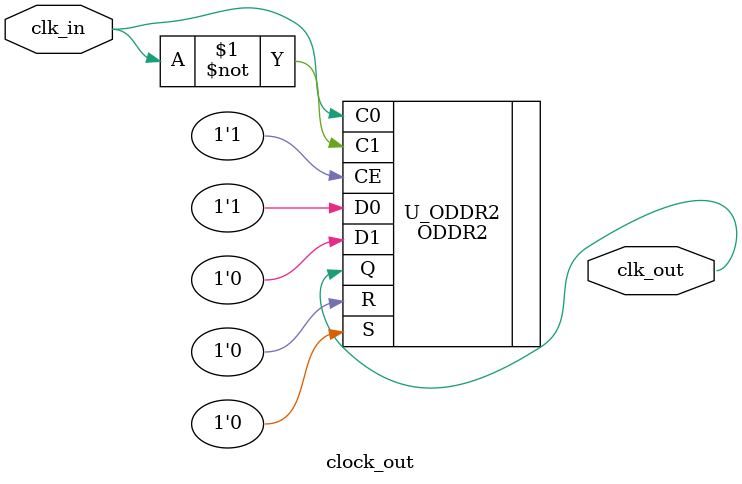
<source format=v>
module clock_out
(
	input clk_in,
	output clk_out
);

	ODDR2 #(
		.DDR_ALIGNMENT("NONE"), // Sets output alignment to "NONE", "C0" or "C1" 
		.INIT(1'b0),    // Sets initial state of the Q output to 1'b0 or 1'b1
		.SRTYPE("ASYNC") // Specifies "SYNC" or "ASYNC" set/reset
		) U_ODDR2
	(
		  .Q(clk_out),   // 1-bit DDR output data
		  .C0(clk_in),   // 1-bit clock input
		  .C1(~clk_in),   // 1-bit clock input
		  .CE(1'b1), // 1-bit clock enable input
		  .D0(1'b1), // 1-bit data input (associated with C0)
		  .D1(1'b0), // 1-bit data input (associated with C1)
		  .R(1'b0),   // 1-bit reset input
		  .S(1'b0)    // 1-bit set input
	);

endmodule 
</source>
